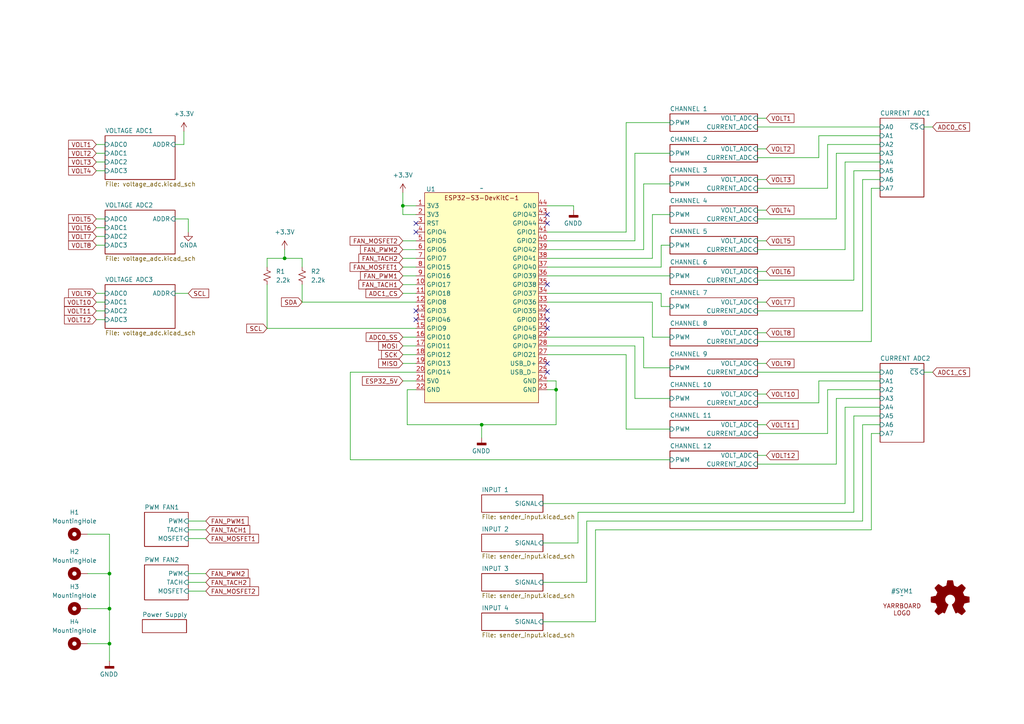
<source format=kicad_sch>
(kicad_sch (version 20231120) (generator "eeschema") (generator_version "8.0")
  (paper "A4")
  (title_block (title "Yarrboard 8ch Mosfet Driver") (rev "C1") (company "https://github.com/hoeken/yarrboard"))
  (lib_symbols
    (symbol "Device:R_Small_US" (pin_numbers hide) (pin_names (offset 0.254) hide)
      (property "Reference" "R" (at 0.762 0.508 0))
      (property "Value" "R_Small_US" (at 0.762 -1.016 0))
      (symbol "R_Small_US_1_1"
        (polyline (pts (xy 0 0) (xy 1.016 -0.381) (xy 0 -0.762) (xy -1.016 -1.143) (xy 0 -1.524)))
        (polyline (pts (xy 0 1.524) (xy 1.016 1.143) (xy 0 0.762) (xy -1.016 0.381) (xy 0 0)))
        (pin passive line (at 0 2.54 270) (length 1.016) (name "~") (number "1"))
        (pin passive line (at 0 -2.54 90) (length 1.016) (name "~") (number "2"))
      )
    )
    (symbol "Graphic:Logo_Open_Hardware_Small" (in_bom no) (on_board no)
      (symbol "Logo_Open_Hardware_Small_0_1"
        (polyline (pts (xy 3.3528 -4.3434) (xy 3.302 -4.318) (xy 3.175 -4.2418) (xy 2.9972 -4.1148) (xy 2.7686 -3.9624) (xy 2.54 -3.81) (xy 2.3622 -3.7084) (xy 2.2352 -3.6068) (xy 2.1844 -3.5814) (xy 2.159 -3.6068) (xy 2.0574 -3.6576) (xy 1.905 -3.7338) (xy 1.8034 -3.7846) (xy 1.6764 -3.8354) (xy 1.6002 -3.8354) (xy 1.6002 -3.8354) (xy 1.5494 -3.7338) (xy 1.4732 -3.5306) (xy 1.3462 -3.302) (xy 1.2446 -3.0226) (xy 1.1176 -2.7178) (xy 0.9652 -2.413) (xy 0.8636 -2.1082) (xy 0.7366 -1.8288) (xy 0.6604 -1.6256) (xy 0.6096 -1.4732) (xy 0.5842 -1.397) (xy 0.5842 -1.397) (xy 0.6604 -1.3208) (xy 0.7874 -1.2446) (xy 1.0414 -1.016) (xy 1.2954 -0.6858) (xy 1.4478 -0.3302) (xy 1.524 0.0762) (xy 1.4732 0.4572) (xy 1.3208 0.8128) (xy 1.0668 1.143) (xy 0.762 1.3716) (xy 0.4064 1.524) (xy 0 1.5748) (xy -0.381 1.5494) (xy -0.7366 1.397) (xy -1.0668 1.143) (xy -1.2192 0.9906) (xy -1.397 0.6604) (xy -1.524 0.3048) (xy -1.524 0.2286) (xy -1.4986 -0.1778) (xy -1.397 -0.5334) (xy -1.1938 -0.8636) (xy -0.9144 -1.143) (xy -0.8636 -1.1684) (xy -0.7366 -1.27) (xy -0.635 -1.3462) (xy -0.5842 -1.397) (xy -1.0668 -2.5908) (xy -1.143 -2.794) (xy -1.2954 -3.1242) (xy -1.397 -3.4036) (xy -1.4986 -3.6322) (xy -1.5748 -3.7846) (xy -1.6002 -3.8354) (xy -1.6002 -3.8354) (xy -1.651 -3.8354) (xy -1.7272 -3.81) (xy -1.905 -3.7338) (xy -2.0066 -3.683) (xy -2.1336 -3.6068) (xy -2.2098 -3.5814) (xy -2.2606 -3.6068) (xy -2.3622 -3.683) (xy -2.54 -3.81) (xy -2.7686 -3.9624) (xy -2.9718 -4.0894) (xy -3.1496 -4.2164) (xy -3.302 -4.318) (xy -3.3528 -4.3434) (xy -3.3782 -4.3434) (xy -3.429 -4.318) (xy -3.5306 -4.2164) (xy -3.7084 -4.064) (xy -3.937 -3.8354) (xy -3.9624 -3.81) (xy -4.1656 -3.6068) (xy -4.318 -3.4544) (xy -4.4196 -3.3274) (xy -4.445 -3.2766) (xy -4.445 -3.2766) (xy -4.4196 -3.2258) (xy -4.318 -3.0734) (xy -4.2164 -2.8956) (xy -4.064 -2.667) (xy -3.6576 -2.0828) (xy -3.8862 -1.5494) (xy -3.937 -1.3716) (xy -4.0386 -1.1684) (xy -4.0894 -1.0414) (xy -4.1148 -0.9652) (xy -4.191 -0.9398) (xy -4.318 -0.9144) (xy -4.5466 -0.8636) (xy -4.8006 -0.8128) (xy -5.0546 -0.7874) (xy -5.2578 -0.7366) (xy -5.4356 -0.7112) (xy -5.5118 -0.6858) (xy -5.5118 -0.6858) (xy -5.5372 -0.635) (xy -5.5372 -0.5588) (xy -5.5372 -0.4318) (xy -5.5626 -0.2286) (xy -5.5626 0.0762) (xy -5.5626 0.127) (xy -5.5372 0.4064) (xy -5.5372 0.635) (xy -5.5372 0.762) (xy -5.5372 0.8382) (xy -5.5372 0.8382) (xy -5.461 0.8382) (xy -5.3086 0.889) (xy -5.08 0.9144) (xy -4.826 0.9652) (xy -4.8006 0.9906) (xy -4.5466 1.0414) (xy -4.318 1.0668) (xy -4.1656 1.1176) (xy -4.0894 1.143) (xy -4.0894 1.143) (xy -4.0386 1.2446) (xy -3.9624 1.4224) (xy -3.8608 1.6256) (xy -3.7846 1.8288) (xy -3.7084 2.0066) (xy -3.6576 2.159) (xy -3.6322 2.2098) (xy -3.6322 2.2098) (xy -3.683 2.286) (xy -3.7592 2.413) (xy -3.8862 2.5908) (xy -4.064 2.8194) (xy -4.064 2.8448) (xy -4.2164 3.0734) (xy -4.3434 3.2512) (xy -4.4196 3.3782) (xy -4.445 3.4544) (xy -4.445 3.4544) (xy -4.3942 3.5052) (xy -4.2926 3.6322) (xy -4.1148 3.81) (xy -3.937 4.0132) (xy -3.8608 4.064) (xy -3.6576 4.2926) (xy -3.5052 4.4196) (xy -3.4036 4.4958) (xy -3.3528 4.5212) (xy -3.3528 4.5212) (xy -3.302 4.4704) (xy -3.1496 4.3688) (xy -2.9718 4.2418) (xy -2.7432 4.0894) (xy -2.7178 4.0894) (xy -2.4892 3.937) (xy -2.3114 3.81) (xy -2.1844 3.7084) (xy -2.1336 3.683) (xy -2.1082 3.683) (xy -2.032 3.7084) (xy -1.8542 3.7592) (xy -1.6764 3.8354) (xy -1.4732 3.937) (xy -1.27 4.0132) (xy -1.143 4.064) (xy -1.0668 4.1148) (xy -1.0668 4.1148) (xy -1.0414 4.191) (xy -1.016 4.3434) (xy -0.9652 4.572) (xy -0.9144 4.8514) (xy -0.889 4.9022) (xy -0.8382 5.1562) (xy -0.8128 5.3848) (xy -0.7874 5.5372) (xy -0.762 5.588) (xy -0.7112 5.6134) (xy -0.5842 5.6134) (xy -0.4064 5.6134) (xy -0.1524 5.6134) (xy 0.0762 5.6134) (xy 0.3302 5.6134) (xy 0.5334 5.6134) (xy 0.6858 5.588) (xy 0.7366 5.588) (xy 0.7366 5.588) (xy 0.762 5.5118) (xy 0.8128 5.334) (xy 0.8382 5.1054) (xy 0.9144 4.826) (xy 0.9144 4.7752) (xy 0.9652 4.5212) (xy 1.016 4.2926) (xy 1.0414 4.1402) (xy 1.0668 4.0894) (xy 1.0668 4.0894) (xy 1.1938 4.0386) (xy 1.3716 3.9624) (xy 1.5748 3.8608) (xy 2.0828 3.6576) (xy 2.7178 4.0894) (xy 2.7686 4.1402) (xy 2.9972 4.2926) (xy 3.175 4.4196) (xy 3.302 4.4958) (xy 3.3782 4.5212) (xy 3.3782 4.5212) (xy 3.429 4.4704) (xy 3.556 4.3434) (xy 3.7338 4.191) (xy 3.9116 3.9878) (xy 4.064 3.8354) (xy 4.2418 3.6576) (xy 4.3434 3.556) (xy 4.4196 3.4798) (xy 4.4196 3.429) (xy 4.4196 3.4036) (xy 4.3942 3.3274) (xy 4.2926 3.2004) (xy 4.1656 2.9972) (xy 4.0132 2.794) (xy 3.8862 2.5908) (xy 3.7592 2.3876) (xy 3.6576 2.2352) (xy 3.6322 2.159) (xy 3.6322 2.1336) (xy 3.683 2.0066) (xy 3.7592 1.8288) (xy 3.8608 1.6002) (xy 4.064 1.1176) (xy 4.3942 1.0414) (xy 4.5974 1.016) (xy 4.8768 0.9652) (xy 5.1308 0.9144) (xy 5.5372 0.8382) (xy 5.5626 -0.6604) (xy 5.4864 -0.6858) (xy 5.4356 -0.6858) (xy 5.2832 -0.7366) (xy 5.0546 -0.762) (xy 4.8006 -0.8128) (xy 4.5974 -0.8636) (xy 4.3688 -0.9144) (xy 4.2164 -0.9398) (xy 4.1402 -0.9398) (xy 4.1148 -0.9652) (xy 4.064 -1.0668) (xy 3.9878 -1.2446) (xy 3.9116 -1.4478) (xy 3.81 -1.651) (xy 3.7338 -1.8542) (xy 3.683 -2.0066) (xy 3.6576 -2.0828) (xy 3.683 -2.1336) (xy 3.7846 -2.2606) (xy 3.8862 -2.4638) (xy 4.0386 -2.667) (xy 4.191 -2.8956) (xy 4.318 -3.0734) (xy 4.3942 -3.2004) (xy 4.445 -3.2766) (xy 4.4196 -3.3274) (xy 4.3434 -3.429) (xy 4.1656 -3.5814) (xy 3.937 -3.8354) (xy 3.8862 -3.8608) (xy 3.683 -4.064) (xy 3.5306 -4.2164) (xy 3.4036 -4.318) (xy 3.3528 -4.3434)) (fill (type outline)))
      )
    )
    (symbol "Mechanical:MountingHole_Pad" (pin_numbers hide) (pin_names (offset 1.016) hide)
      (property "Reference" "H" (at 0 6.35 0))
      (property "Value" "MountingHole_Pad" (at 0 4.445 0))
      (symbol "MountingHole_Pad_0_1"
        (circle (center 0 1.27) (radius 1.27) (stroke (width 1.27)))
      )
      (symbol "MountingHole_Pad_1_1"
        (pin input line (at 0 -2.54 90) (length 2.54) (name "1") (number "1"))
      )
    )
    (symbol "power:+3.3V" (power) (pin_names (offset 0))
      (property "Value" "+3.3V" (at 0 3.556 0))
      (symbol "+3.3V_0_1"
        (polyline (pts (xy -0.762 1.27) (xy 0 2.54)))
        (polyline (pts (xy 0 0) (xy 0 2.54)))
        (polyline (pts (xy 0 2.54) (xy 0.762 1.27)))
      )
      (symbol "+3.3V_1_1"
        (pin power_in line (at 0 0 90) (length 0) hide (name "+3.3V") (number "1"))
      )
    )
    (symbol "power:GNDA" (power) (pin_names (offset 0))
      (property "Value" "GNDA" (at 0 -3.81 0))
      (symbol "GNDA_0_1"
        (polyline (pts (xy 0 0) (xy 0 -1.27) (xy 1.27 -1.27) (xy 0 -2.54) (xy -1.27 -1.27) (xy 0 -1.27)))
      )
      (symbol "GNDA_1_1"
        (pin power_in line (at 0 0 270) (length 0) hide (name "GNDA") (number "1"))
      )
    )
    (symbol "power:GNDD" (power) (pin_names (offset 0))
      (property "Value" "GNDD" (at 0 -3.175 0))
      (symbol "GNDD_0_1"
        (rectangle (start -1.27 -1.524) (end 1.27 -2.032) (stroke (width 0.254)) (fill (type outline)))
        (polyline (pts (xy 0 0) (xy 0 -1.524)))
      )
      (symbol "GNDD_1_1"
        (pin power_in line (at 0 0 270) (length 0) hide (name "GNDD") (number "1"))
      )
    )
    (symbol "yarrboard:ESP32-S3-DevKitC-1"
      (property "Reference" "U" (at -16.002 26.924 0))
      (symbol "ESP32-S3-DevKitC-1_1_1"
        (rectangle (start -16.51 25.4) (end 16.51 -35.56) (fill (type background)))
        (text "ESP32-S3-DevKitC-1" (at 0 23.876 0) (effects (font (size 1.27 1.27))))
        (pin power_out line (at -19.05 21.59 0) (length 2.54) (name "3V3") (number "1"))
        (pin bidirectional line (at -19.05 -1.27 0) (length 2.54) (name "GPIO17") (number "10"))
        (pin bidirectional line (at -19.05 -3.81 0) (length 2.54) (name "GPIO18") (number "11"))
        (pin bidirectional line (at -19.05 -6.35 0) (length 2.54) (name "GPIO8") (number "12"))
        (pin bidirectional line (at -19.05 -8.89 0) (length 2.54) (name "GPIO3") (number "13"))
        (pin bidirectional line (at -19.05 -11.43 0) (length 2.54) (name "GPIO46") (number "14"))
        (pin bidirectional line (at -19.05 -13.97 0) (length 2.54) (name "GPIO9") (number "15"))
        (pin bidirectional line (at -19.05 -16.51 0) (length 2.54) (name "GPIO10") (number "16"))
        (pin bidirectional line (at -19.05 -19.05 0) (length 2.54) (name "GPIO11") (number "17"))
        (pin bidirectional line (at -19.05 -21.59 0) (length 2.54) (name "GPIO12") (number "18"))
        (pin bidirectional line (at -19.05 -24.13 0) (length 2.54) (name "GPIO13") (number "19"))
        (pin power_out line (at -19.05 19.05 0) (length 2.54) (name "3V3") (number "2"))
        (pin power_in line (at -19.05 -26.67 0) (length 2.54) (name "GPIO14") (number "20"))
        (pin power_out line (at -19.05 -29.21 0) (length 2.54) (name "5V0") (number "21"))
        (pin bidirectional line (at -19.05 -31.75 0) (length 2.54) (name "GND") (number "22"))
        (pin bidirectional line (at 19.05 -31.75 180) (length 2.54) (name "GND") (number "23"))
        (pin bidirectional line (at 19.05 -29.21 180) (length 2.54) (name "GND") (number "24"))
        (pin bidirectional line (at 19.05 -26.67 180) (length 2.54) (name "USB_D-") (number "25"))
        (pin bidirectional line (at 19.05 -24.13 180) (length 2.54) (name "USB_D+") (number "26"))
        (pin bidirectional line (at 19.05 -21.59 180) (length 2.54) (name "GPIO21") (number "27"))
        (pin bidirectional line (at 19.05 -19.05 180) (length 2.54) (name "GPIO47") (number "28"))
        (pin bidirectional line (at 19.05 -16.51 180) (length 2.54) (name "GPIO48") (number "29"))
        (pin bidirectional line (at -19.05 16.51 0) (length 2.54) (name "RST") (number "3"))
        (pin bidirectional line (at 19.05 -13.97 180) (length 2.54) (name "GPIO45") (number "30"))
        (pin bidirectional line (at 19.05 -11.43 180) (length 2.54) (name "GPIO0") (number "31"))
        (pin power_in line (at 19.05 -8.89 180) (length 2.54) (name "GPIO35") (number "32"))
        (pin bidirectional line (at 19.05 -6.35 180) (length 2.54) (name "GPIO36") (number "33"))
        (pin bidirectional line (at 19.05 -3.81 180) (length 2.54) (name "GPIO37") (number "34"))
        (pin bidirectional line (at 19.05 -1.27 180) (length 2.54) (name "GPIO38") (number "35"))
        (pin bidirectional line (at 19.05 1.27 180) (length 2.54) (name "GPIO39") (number "36"))
        (pin bidirectional line (at 19.05 3.81 180) (length 2.54) (name "GPIO40") (number "37"))
        (pin bidirectional line (at 19.05 6.35 180) (length 2.54) (name "GPIO41") (number "38"))
        (pin bidirectional line (at 19.05 8.89 180) (length 2.54) (name "GPIO42") (number "39"))
        (pin bidirectional line (at -19.05 13.97 0) (length 2.54) (name "GPIO4") (number "4"))
        (pin bidirectional line (at 19.05 11.43 180) (length 2.54) (name "GPIO2") (number "40"))
        (pin bidirectional line (at 19.05 13.97 180) (length 2.54) (name "GPIO1") (number "41"))
        (pin bidirectional line (at 19.05 16.51 180) (length 2.54) (name "GPIO44") (number "42"))
        (pin bidirectional line (at 19.05 19.05 180) (length 2.54) (name "GPIO43") (number "43"))
        (pin power_in line (at 19.05 21.59 180) (length 2.54) (name "GND") (number "44"))
        (pin bidirectional line (at -19.05 11.43 0) (length 2.54) (name "GPIO5") (number "5"))
        (pin bidirectional line (at -19.05 8.89 0) (length 2.54) (name "GPIO6") (number "6"))
        (pin bidirectional line (at -19.05 6.35 0) (length 2.54) (name "GPIO7") (number "7"))
        (pin bidirectional line (at -19.05 3.81 0) (length 2.54) (name "GPIO15") (number "8"))
        (pin bidirectional line (at -19.05 1.27 0) (length 2.54) (name "GPIO16") (number "9"))
      )
    )
    (symbol "yarrboard:Yarrboard" (in_bom no)
      (property "Reference" "#SYM" (at 0 0 0))
      (symbol "Yarrboard_1_1"
        (text "YARRBOARD\nLOGO" (at 0 -2.794 0) (effects (font (size 1.27 1.27))))
      )
    )
  )
  (junction (at 139.7 123.19))
  (junction (at 31.75 186.69))
  (junction (at 31.75 166.37))
  (junction (at 31.75 176.53))
  (junction (at 82.55 74.93))
  (junction (at 116.84 59.69))
  (junction (at 161.29 113.03))
  (no_connect (at 158.75 64.77))
  (no_connect (at 158.75 92.71))
  (no_connect (at 158.75 107.95))
  (no_connect (at 120.65 90.17))
  (no_connect (at 158.75 82.55))
  (no_connect (at 158.75 105.41))
  (no_connect (at 158.75 90.17))
  (no_connect (at 120.65 64.77))
  (no_connect (at 120.65 67.31))
  (no_connect (at 120.65 92.71))
  (no_connect (at 158.75 62.23))
  (no_connect (at 158.75 95.25))
  (wire (pts (xy 219.71 107.95) (xy 255.27 107.95)))
  (wire (pts (xy 270.51 107.95) (xy 267.97 107.95)))
  (wire (pts (xy 54.61 153.67) (xy 59.69 153.67)))
  (wire (pts (xy 82.55 72.39) (xy 82.55 74.93)))
  (wire (pts (xy 157.48 168.91) (xy 170.18 168.91)))
  (wire (pts (xy 222.25 78.74) (xy 219.71 78.74)))
  (wire (pts (xy 27.94 41.91) (xy 30.48 41.91)))
  (wire (pts (xy 31.75 154.94) (xy 31.75 166.37)))
  (wire (pts (xy 219.71 134.62) (xy 242.57 134.62)))
  (wire (pts (xy 116.84 55.88) (xy 116.84 59.69)))
  (wire (pts (xy 245.11 46.99) (xy 245.11 72.39)))
  (wire (pts (xy 82.55 74.93) (xy 87.63 74.93)))
  (wire (pts (xy 31.75 176.53) (xy 31.75 186.69)))
  (wire (pts (xy 27.94 66.04) (xy 30.48 66.04)))
  (wire (pts (xy 186.69 97.79) (xy 186.69 106.68)))
  (wire (pts (xy 189.23 62.23) (xy 194.31 62.23)))
  (wire (pts (xy 172.72 153.67) (xy 172.72 180.34)))
  (wire (pts (xy 247.65 148.59) (xy 167.64 148.59)))
  (wire (pts (xy 240.03 113.03) (xy 255.27 113.03)))
  (wire (pts (xy 222.25 96.52) (xy 219.71 96.52)))
  (wire (pts (xy 252.73 153.67) (xy 172.72 153.67)))
  (wire (pts (xy 116.84 110.49) (xy 120.65 110.49)))
  (wire (pts (xy 172.72 180.34) (xy 157.48 180.34)))
  (wire (pts (xy 157.48 146.05) (xy 245.11 146.05)))
  (wire (pts (xy 54.61 63.5) (xy 54.61 67.31)))
  (wire (pts (xy 247.65 49.53) (xy 255.27 49.53)))
  (wire (pts (xy 219.71 125.73) (xy 240.03 125.73)))
  (wire (pts (xy 166.37 59.69) (xy 166.37 60.96)))
  (wire (pts (xy 191.77 85.09) (xy 158.75 85.09)))
  (wire (pts (xy 54.61 166.37) (xy 59.69 166.37)))
  (wire (pts (xy 77.47 74.93) (xy 82.55 74.93)))
  (wire (pts (xy 27.94 85.09) (xy 30.48 85.09)))
  (wire (pts (xy 25.4 154.94) (xy 31.75 154.94)))
  (wire (pts (xy 191.77 88.9) (xy 194.31 88.9)))
  (wire (pts (xy 181.61 102.87) (xy 181.61 124.46)))
  (wire (pts (xy 158.75 74.93) (xy 189.23 74.93)))
  (wire (pts (xy 242.57 134.62) (xy 242.57 115.57)))
  (wire (pts (xy 222.25 60.96) (xy 219.71 60.96)))
  (wire (pts (xy 54.61 171.45) (xy 59.69 171.45)))
  (wire (pts (xy 222.25 105.41) (xy 219.71 105.41)))
  (wire (pts (xy 27.94 87.63) (xy 30.48 87.63)))
  (wire (pts (xy 189.23 97.79) (xy 194.31 97.79)))
  (wire (pts (xy 120.65 62.23) (xy 116.84 62.23)))
  (wire (pts (xy 116.84 82.55) (xy 120.65 82.55)))
  (wire (pts (xy 87.63 82.55) (xy 87.63 87.63)))
  (wire (pts (xy 242.57 115.57) (xy 255.27 115.57)))
  (wire (pts (xy 158.75 59.69) (xy 166.37 59.69)))
  (wire (pts (xy 158.75 110.49) (xy 161.29 110.49)))
  (wire (pts (xy 255.27 120.65) (xy 247.65 120.65)))
  (wire (pts (xy 219.71 72.39) (xy 245.11 72.39)))
  (wire (pts (xy 222.25 114.3) (xy 219.71 114.3)))
  (wire (pts (xy 50.8 41.91) (xy 53.34 41.91)))
  (wire (pts (xy 250.19 123.19) (xy 255.27 123.19)))
  (wire (pts (xy 219.71 54.61) (xy 240.03 54.61)))
  (wire (pts (xy 25.4 176.53) (xy 31.75 176.53)))
  (wire (pts (xy 118.11 113.03) (xy 120.65 113.03)))
  (wire (pts (xy 222.25 52.07) (xy 219.71 52.07)))
  (wire (pts (xy 116.84 59.69) (xy 120.65 59.69)))
  (wire (pts (xy 270.51 36.83) (xy 267.97 36.83)))
  (wire (pts (xy 27.94 63.5) (xy 30.48 63.5)))
  (wire (pts (xy 222.25 123.19) (xy 219.71 123.19)))
  (wire (pts (xy 250.19 151.13) (xy 250.19 123.19)))
  (wire (pts (xy 87.63 74.93) (xy 87.63 77.47)))
  (wire (pts (xy 161.29 113.03) (xy 161.29 123.19)))
  (wire (pts (xy 252.73 125.73) (xy 252.73 153.67)))
  (wire (pts (xy 31.75 166.37) (xy 31.75 176.53)))
  (wire (pts (xy 54.61 156.21) (xy 59.69 156.21)))
  (wire (pts (xy 50.8 85.09) (xy 54.61 85.09)))
  (wire (pts (xy 186.69 106.68) (xy 194.31 106.68)))
  (wire (pts (xy 158.75 77.47) (xy 191.77 77.47)))
  (wire (pts (xy 219.71 81.28) (xy 247.65 81.28)))
  (wire (pts (xy 240.03 125.73) (xy 240.03 113.03)))
  (wire (pts (xy 161.29 110.49) (xy 161.29 113.03)))
  (wire (pts (xy 101.6 133.35) (xy 194.31 133.35)))
  (wire (pts (xy 139.7 123.19) (xy 161.29 123.19)))
  (wire (pts (xy 250.19 52.07) (xy 250.19 90.17)))
  (wire (pts (xy 222.25 69.85) (xy 219.71 69.85)))
  (wire (pts (xy 170.18 151.13) (xy 250.19 151.13)))
  (wire (pts (xy 27.94 44.45) (xy 30.48 44.45)))
  (wire (pts (xy 25.4 186.69) (xy 31.75 186.69)))
  (wire (pts (xy 167.64 148.59) (xy 167.64 157.48)))
  (wire (pts (xy 237.49 39.37) (xy 255.27 39.37)))
  (wire (pts (xy 116.84 102.87) (xy 120.65 102.87)))
  (wire (pts (xy 139.7 127) (xy 139.7 123.19)))
  (wire (pts (xy 189.23 74.93) (xy 189.23 62.23)))
  (wire (pts (xy 219.71 63.5) (xy 242.57 63.5)))
  (wire (pts (xy 252.73 99.06) (xy 252.73 54.61)))
  (wire (pts (xy 219.71 36.83) (xy 255.27 36.83)))
  (wire (pts (xy 116.84 72.39) (xy 120.65 72.39)))
  (wire (pts (xy 181.61 124.46) (xy 194.31 124.46)))
  (wire (pts (xy 101.6 107.95) (xy 101.6 133.35)))
  (wire (pts (xy 77.47 74.93) (xy 77.47 77.47)))
  (wire (pts (xy 219.71 99.06) (xy 252.73 99.06)))
  (wire (pts (xy 237.49 110.49) (xy 255.27 110.49)))
  (wire (pts (xy 222.25 34.29) (xy 219.71 34.29)))
  (wire (pts (xy 191.77 88.9) (xy 191.77 85.09)))
  (wire (pts (xy 242.57 44.45) (xy 242.57 63.5)))
  (wire (pts (xy 222.25 87.63) (xy 219.71 87.63)))
  (wire (pts (xy 54.61 168.91) (xy 59.69 168.91)))
  (wire (pts (xy 186.69 53.34) (xy 194.31 53.34)))
  (wire (pts (xy 31.75 186.69) (xy 31.75 191.77)))
  (wire (pts (xy 158.75 80.01) (xy 194.31 80.01)))
  (wire (pts (xy 77.47 95.25) (xy 120.65 95.25)))
  (wire (pts (xy 50.8 63.5) (xy 54.61 63.5)))
  (wire (pts (xy 184.15 100.33) (xy 184.15 115.57)))
  (wire (pts (xy 25.4 166.37) (xy 31.75 166.37)))
  (wire (pts (xy 247.65 120.65) (xy 247.65 148.59)))
  (wire (pts (xy 255.27 125.73) (xy 252.73 125.73)))
  (wire (pts (xy 219.71 45.72) (xy 237.49 45.72)))
  (wire (pts (xy 247.65 49.53) (xy 247.65 81.28)))
  (wire (pts (xy 170.18 168.91) (xy 170.18 151.13)))
  (wire (pts (xy 116.84 97.79) (xy 120.65 97.79)))
  (wire (pts (xy 158.75 67.31) (xy 181.61 67.31)))
  (wire (pts (xy 53.34 41.91) (xy 53.34 38.1)))
  (wire (pts (xy 27.94 68.58) (xy 30.48 68.58)))
  (wire (pts (xy 240.03 41.91) (xy 255.27 41.91)))
  (wire (pts (xy 27.94 92.71) (xy 30.48 92.71)))
  (wire (pts (xy 186.69 72.39) (xy 186.69 53.34)))
  (wire (pts (xy 219.71 90.17) (xy 250.19 90.17)))
  (wire (pts (xy 245.11 146.05) (xy 245.11 118.11)))
  (wire (pts (xy 54.61 151.13) (xy 59.69 151.13)))
  (wire (pts (xy 158.75 100.33) (xy 184.15 100.33)))
  (wire (pts (xy 120.65 107.95) (xy 101.6 107.95)))
  (wire (pts (xy 158.75 69.85) (xy 184.15 69.85)))
  (wire (pts (xy 158.75 102.87) (xy 181.61 102.87)))
  (wire (pts (xy 252.73 54.61) (xy 255.27 54.61)))
  (wire (pts (xy 189.23 87.63) (xy 189.23 97.79)))
  (wire (pts (xy 27.94 46.99) (xy 30.48 46.99)))
  (wire (pts (xy 158.75 72.39) (xy 186.69 72.39)))
  (wire (pts (xy 191.77 77.47) (xy 191.77 71.12)))
  (wire (pts (xy 181.61 35.56) (xy 194.31 35.56)))
  (wire (pts (xy 116.84 100.33) (xy 120.65 100.33)))
  (wire (pts (xy 219.71 116.84) (xy 237.49 116.84)))
  (wire (pts (xy 161.29 113.03) (xy 158.75 113.03)))
  (wire (pts (xy 237.49 116.84) (xy 237.49 110.49)))
  (wire (pts (xy 118.11 123.19) (xy 139.7 123.19)))
  (wire (pts (xy 191.77 71.12) (xy 194.31 71.12)))
  (wire (pts (xy 184.15 44.45) (xy 184.15 69.85)))
  (wire (pts (xy 167.64 157.48) (xy 157.48 157.48)))
  (wire (pts (xy 27.94 90.17) (xy 30.48 90.17)))
  (wire (pts (xy 116.84 105.41) (xy 120.65 105.41)))
  (wire (pts (xy 116.84 85.09) (xy 120.65 85.09)))
  (wire (pts (xy 181.61 35.56) (xy 181.61 67.31)))
  (wire (pts (xy 158.75 97.79) (xy 186.69 97.79)))
  (wire (pts (xy 118.11 113.03) (xy 118.11 123.19)))
  (wire (pts (xy 116.84 59.69) (xy 116.84 62.23)))
  (wire (pts (xy 77.47 82.55) (xy 77.47 95.25)))
  (wire (pts (xy 222.25 43.18) (xy 219.71 43.18)))
  (wire (pts (xy 116.84 74.93) (xy 120.65 74.93)))
  (wire (pts (xy 245.11 118.11) (xy 255.27 118.11)))
  (wire (pts (xy 87.63 87.63) (xy 120.65 87.63)))
  (wire (pts (xy 27.94 49.53) (xy 30.48 49.53)))
  (wire (pts (xy 116.84 80.01) (xy 120.65 80.01)))
  (wire (pts (xy 240.03 41.91) (xy 240.03 54.61)))
  (wire (pts (xy 242.57 44.45) (xy 255.27 44.45)))
  (wire (pts (xy 184.15 115.57) (xy 194.31 115.57)))
  (wire (pts (xy 27.94 71.12) (xy 30.48 71.12)))
  (wire (pts (xy 250.19 52.07) (xy 255.27 52.07)))
  (wire (pts (xy 116.84 69.85) (xy 120.65 69.85)))
  (wire (pts (xy 245.11 46.99) (xy 255.27 46.99)))
  (wire (pts (xy 116.84 77.47) (xy 120.65 77.47)))
  (wire (pts (xy 184.15 44.45) (xy 194.31 44.45)))
  (wire (pts (xy 222.25 132.08) (xy 219.71 132.08)))
  (wire (pts (xy 237.49 39.37) (xy 237.49 45.72)))
  (wire (pts (xy 158.75 87.63) (xy 189.23 87.63)))
  (global_label "VOLT3" (shape input) (at 27.94 46.99 180) (property "Intersheetrefs" "${INTERSHEET_REFS}" (effects (hide yes))))
  (global_label "FAN_MOSFET2" (shape input) (at 116.84 69.85 180) (property "Intersheetrefs" "${INTERSHEET_REFS}" (effects (hide yes))))
  (global_label "VOLT7" (shape input) (at 222.25 87.63 0) (property "Intersheetrefs" "${INTERSHEET_REFS}" (effects (hide yes))))
  (global_label "VOLT4" (shape input) (at 222.25 60.96 0) (property "Intersheetrefs" "${INTERSHEET_REFS}" (effects (hide yes))))
  (global_label "ADC0_CS" (shape input) (at 270.51 36.83 0) (property "Intersheetrefs" "${INTERSHEET_REFS}" (effects (hide yes))))
  (global_label "VOLT11" (shape input) (at 27.94 90.17 180) (property "Intersheetrefs" "${INTERSHEET_REFS}" (effects (hide yes))))
  (global_label "ADC0_SS" (shape input) (at 116.84 97.79 180) (property "Intersheetrefs" "${INTERSHEET_REFS}" (effects (hide yes))))
  (global_label "VOLT5" (shape input) (at 27.94 63.5 180) (property "Intersheetrefs" "${INTERSHEET_REFS}" (effects (hide yes))))
  (global_label "VOLT12" (shape input) (at 27.94 92.71 180) (property "Intersheetrefs" "${INTERSHEET_REFS}" (effects (hide yes))))
  (global_label "SCL" (shape input) (at 77.47 95.25 180) (property "Intersheetrefs" "${INTERSHEET_REFS}" (effects (hide yes))))
  (global_label "FAN_TACH2" (shape input) (at 59.69 168.91 0) (property "Intersheetrefs" "${INTERSHEET_REFS}" (effects (hide yes))))
  (global_label "VOLT5" (shape input) (at 222.25 69.85 0) (property "Intersheetrefs" "${INTERSHEET_REFS}" (effects (hide yes))))
  (global_label "VOLT7" (shape input) (at 27.94 68.58 180) (property "Intersheetrefs" "${INTERSHEET_REFS}" (effects (hide yes))))
  (global_label "SCL" (shape input) (at 54.61 85.09 0) (property "Intersheetrefs" "${INTERSHEET_REFS}" (effects (hide yes))))
  (global_label "FAN_MOSFET1" (shape input) (at 59.69 156.21 0) (property "Intersheetrefs" "${INTERSHEET_REFS}" (effects (hide yes))))
  (global_label "VOLT4" (shape input) (at 27.94 49.53 180) (property "Intersheetrefs" "${INTERSHEET_REFS}" (effects (hide yes))))
  (global_label "VOLT2" (shape input) (at 222.25 43.18 0) (property "Intersheetrefs" "${INTERSHEET_REFS}" (effects (hide yes))))
  (global_label "VOLT9" (shape input) (at 222.25 105.41 0) (property "Intersheetrefs" "${INTERSHEET_REFS}" (effects (hide yes))))
  (global_label "VOLT2" (shape input) (at 27.94 44.45 180) (property "Intersheetrefs" "${INTERSHEET_REFS}" (effects (hide yes))))
  (global_label "VOLT1" (shape input) (at 27.94 41.91 180) (property "Intersheetrefs" "${INTERSHEET_REFS}" (effects (hide yes))))
  (global_label "VOLT9" (shape input) (at 27.94 85.09 180) (property "Intersheetrefs" "${INTERSHEET_REFS}" (effects (hide yes))))
  (global_label "VOLT8" (shape input) (at 222.25 96.52 0) (property "Intersheetrefs" "${INTERSHEET_REFS}" (effects (hide yes))))
  (global_label "FAN_PWM1" (shape input) (at 116.84 80.01 180) (property "Intersheetrefs" "${INTERSHEET_REFS}" (effects (hide yes))))
  (global_label "VOLT6" (shape input) (at 222.25 78.74 0) (property "Intersheetrefs" "${INTERSHEET_REFS}" (effects (hide yes))))
  (global_label "MOSI" (shape input) (at 116.84 100.33 180) (property "Intersheetrefs" "${INTERSHEET_REFS}" (effects (hide yes))))
  (global_label "FAN_MOSFET1" (shape input) (at 116.84 77.47 180) (property "Intersheetrefs" "${INTERSHEET_REFS}" (effects (hide yes))))
  (global_label "VOLT11" (shape input) (at 222.25 123.19 0) (property "Intersheetrefs" "${INTERSHEET_REFS}" (effects (hide yes))))
  (global_label "FAN_PWM2" (shape input) (at 59.69 166.37 0) (property "Intersheetrefs" "${INTERSHEET_REFS}" (effects (hide yes))))
  (global_label "VOLT3" (shape input) (at 222.25 52.07 0) (property "Intersheetrefs" "${INTERSHEET_REFS}" (effects (hide yes))))
  (global_label "MISO" (shape input) (at 116.84 105.41 180) (property "Intersheetrefs" "${INTERSHEET_REFS}" (effects (hide yes))))
  (global_label "SCK" (shape input) (at 116.84 102.87 180) (property "Intersheetrefs" "${INTERSHEET_REFS}" (effects (hide yes))))
  (global_label "VOLT1" (shape input) (at 222.25 34.29 0) (property "Intersheetrefs" "${INTERSHEET_REFS}" (effects (hide yes))))
  (global_label "ESP32_5V" (shape input) (at 116.84 110.49 180) (property "Intersheetrefs" "${INTERSHEET_REFS}" (effects (hide yes))))
  (global_label "ADC1_CS" (shape input) (at 270.51 107.95 0) (property "Intersheetrefs" "${INTERSHEET_REFS}" (effects (hide yes))))
  (global_label "FAN_PWM1" (shape input) (at 59.69 151.13 0) (property "Intersheetrefs" "${INTERSHEET_REFS}" (effects (hide yes))))
  (global_label "VOLT10" (shape input) (at 222.25 114.3 0) (property "Intersheetrefs" "${INTERSHEET_REFS}" (effects (hide yes))))
  (global_label "VOLT12" (shape input) (at 222.25 132.08 0) (property "Intersheetrefs" "${INTERSHEET_REFS}" (effects (hide yes))))
  (global_label "FAN_MOSFET2" (shape input) (at 59.69 171.45 0) (property "Intersheetrefs" "${INTERSHEET_REFS}" (effects (hide yes))))
  (global_label "VOLT6" (shape input) (at 27.94 66.04 180) (property "Intersheetrefs" "${INTERSHEET_REFS}" (effects (hide yes))))
  (global_label "FAN_PWM2" (shape input) (at 116.84 72.39 180) (property "Intersheetrefs" "${INTERSHEET_REFS}" (effects (hide yes))))
  (global_label "VOLT8" (shape input) (at 27.94 71.12 180) (property "Intersheetrefs" "${INTERSHEET_REFS}" (effects (hide yes))))
  (global_label "VOLT10" (shape input) (at 27.94 87.63 180) (property "Intersheetrefs" "${INTERSHEET_REFS}" (effects (hide yes))))
  (global_label "FAN_TACH1" (shape input) (at 59.69 153.67 0) (property "Intersheetrefs" "${INTERSHEET_REFS}" (effects (hide yes))))
  (global_label "FAN_TACH2" (shape input) (at 116.84 74.93 180) (property "Intersheetrefs" "${INTERSHEET_REFS}" (effects (hide yes))))
  (global_label "FAN_TACH1" (shape input) (at 116.84 82.55 180) (property "Intersheetrefs" "${INTERSHEET_REFS}" (effects (hide yes))))
  (global_label "SDA" (shape input) (at 87.63 87.63 180) (property "Intersheetrefs" "${INTERSHEET_REFS}" (effects (hide yes))))
  (global_label "ADC1_CS" (shape input) (at 116.84 85.09 180) (property "Intersheetrefs" "${INTERSHEET_REFS}" (effects (hide yes))))
  (symbol (lib_id "Device:R_Small_US") (at 77.47 80.01 180) (unit 1)
    (property "Reference" "R1" (at 80.01 78.74 0) (effects (justify right)))
    (property "Value" "2.2k" (at 80.01 81.28 0) (effects (justify right)))
    (property "Footprint" "Resistor_SMD:R_0805_2012Metric_Pad1.20x1.40mm_HandSolder" (effects (hide yes)))
  )
  (symbol (lib_id "yarrboard:ESP32-S3-DevKitC-1") (at 139.7 81.28 0) (unit 1)
    (property "Reference" "U1" (at 124.968 54.864 0))
    (property "Value" "~" (at 139.7 54.61 0))
    (property "Footprint" "yarrboard:Waveshare-ESP32-S3-dev-kit" (effects (hide yes)))
  )
  (symbol (lib_id "power:GNDA") (at 54.61 67.31 0) (unit 1)
    (property "Reference" "#PWR03" (effects (hide yes)))
    (property "Value" "GNDA" (at 54.61 71.12 0))
  )
  (symbol (lib_id "power:GNDD") (at 139.7 127 0) (unit 1)
    (property "Reference" "#PWR06" (effects (hide yes)))
    (property "Value" "GNDD" (at 142.24 130.81 0) (effects (justify right)))
  )
  (symbol (lib_id "Mechanical:MountingHole_Pad") (at 22.86 166.37 90) (unit 1) (in_bom no)
    (property "Reference" "H2" (at 21.59 160.02 90))
    (property "Value" "MountingHole" (at 21.59 162.56 90))
    (property "Footprint" "MountingHole:MountingHole_3.2mm_M3_DIN965_Pad" (effects (hide yes)))
  )
  (symbol (lib_id "power:+3.3V") (at 82.55 72.39 0) (mirror y) (unit 1)
    (property "Reference" "#PWR04" (effects (hide yes)))
    (property "Value" "+3.3V" (at 82.55 67.31 0))
  )
  (symbol (lib_id "power:+3.3V") (at 53.34 38.1 0) (unit 1)
    (property "Reference" "#PWR02" (effects (hide yes)))
    (property "Value" "+3.3V" (at 53.34 33.02 0))
  )
  (symbol (lib_id "yarrboard:Yarrboard") (at 261.62 173.99 0) (unit 1) (in_bom no)
    (property "Reference" "#SYM1" (at 261.62 171.45 0))
    (property "Value" "~" (at 261.62 172.72 0))
    (property "Footprint" "yarrboard:Logo Small" (effects (hide yes)))
  )
  (symbol (lib_id "power:+3.3V") (at 116.84 55.88 0) (unit 1)
    (property "Reference" "#PWR05" (effects (hide yes)))
    (property "Value" "+3.3V" (at 116.84 50.8 0))
  )
  (symbol (lib_id "Device:R_Small_US") (at 87.63 80.01 180) (unit 1)
    (property "Reference" "R2" (at 90.17 78.74 0) (effects (justify right)))
    (property "Value" "2.2k" (at 90.17 81.28 0) (effects (justify right)))
    (property "Footprint" "Resistor_SMD:R_0805_2012Metric_Pad1.20x1.40mm_HandSolder" (effects (hide yes)))
  )
  (symbol (lib_id "Mechanical:MountingHole_Pad") (at 22.86 186.69 90) (unit 1) (in_bom no)
    (property "Reference" "H4" (at 21.59 180.34 90))
    (property "Value" "MountingHole" (at 21.59 182.88 90))
    (property "Footprint" "MountingHole:MountingHole_3.2mm_M3_DIN965_Pad" (effects (hide yes)))
  )
  (symbol (lib_id "Graphic:Logo_Open_Hardware_Small") (at 275.59 173.99 0) (unit 1) (exclude_from_sim yes) (in_bom no)
    (property "Reference" "LOGO1" (effects (hide yes)))
    (property "Value" "Logo_Open_Hardware_Small" (effects (hide yes)))
    (property "Footprint" "Symbol:OSHW-Logo2_14.6x12mm_SilkScreen" (effects (hide yes)))
    (property "Description" "Open Hardware logo, small" (effects (hide yes)))
  )
  (symbol (lib_id "Mechanical:MountingHole_Pad") (at 22.86 154.94 90) (unit 1) (in_bom no)
    (property "Reference" "H1" (at 21.59 148.59 90))
    (property "Value" "MountingHole" (at 21.59 151.13 90))
    (property "Footprint" "MountingHole:MountingHole_3.2mm_M3_DIN965_Pad" (effects (hide yes)))
  )
  (symbol (lib_id "power:GNDD") (at 31.75 191.77 0) (unit 1)
    (property "Reference" "#PWR01" (effects (hide yes)))
    (property "Value" "GNDD" (at 34.29 195.58 0) (effects (justify right)))
  )
  (symbol (lib_id "Mechanical:MountingHole_Pad") (at 22.86 176.53 90) (unit 1) (in_bom no)
    (property "Reference" "H3" (at 21.59 170.18 90))
    (property "Value" "MountingHole" (at 21.59 172.72 90))
    (property "Footprint" "MountingHole:MountingHole_3.2mm_M3_DIN965_Pad" (effects (hide yes)))
  )
  (symbol (lib_id "power:GNDD") (at 166.37 60.96 0) (unit 1)
    (property "Reference" "#PWR07" (effects (hide yes)))
    (property "Value" "GNDD" (at 168.91 64.77 0) (effects (justify right)))
  )
  (sheet (at 41.91 163.83) (size 12.7 10.16) (stroke (width 0.1524))
    (property "Sheetname" "PWM FAN2" (at 41.91 163.1184 0) (effects (justify left bottom)))
    (property "Sheetfile" "pwm fan.kicad_sch" (effects (hide yes)))
    (pin "PWM" input (at 54.61 166.37 0))
    (pin "TACH" input (at 54.61 168.91 0))
    (pin "MOSFET" input (at 54.61 171.45 0))
  )
  (sheet (at 194.31 33.02) (size 25.4 5.08) (stroke (width 0.1524))
    (property "Sheetname" "CHANNEL 1" (at 194.31 32.3084 0) (effects (justify left bottom)))
    (property "Sheetfile" "mosfet.kicad_sch" (effects (hide yes)))
    (pin "PWM" input (at 194.31 35.56 180))
    (pin "CURRENT_ADC" input (at 219.71 36.83 0))
    (pin "VOLT_ADC" input (at 219.71 34.29 0))
  )
  (sheet (at 194.31 50.8) (size 25.4 5.08) (stroke (width 0.1524))
    (property "Sheetname" "CHANNEL 3" (at 194.31 50.0884 0) (effects (justify left bottom)))
    (property "Sheetfile" "mosfet.kicad_sch" (effects (hide yes)))
    (pin "PWM" input (at 194.31 53.34 180))
    (pin "CURRENT_ADC" input (at 219.71 54.61 0))
    (pin "VOLT_ADC" input (at 219.71 52.07 0))
  )
  (sheet (at 255.27 105.41) (size 12.7 22.86) (stroke (width 0.1524))
    (property "Sheetname" "CURRENT ADC2" (at 255.27 104.6984 0) (effects (justify left bottom)))
    (property "Sheetfile" "adc.kicad_sch" (effects (hide yes)))
    (pin "A6" input (at 255.27 123.19 180))
    (pin "A5" input (at 255.27 120.65 180))
    (pin "A7" input (at 255.27 125.73 180))
    (pin "A2" input (at 255.27 113.03 180))
    (pin "A3" input (at 255.27 115.57 180))
    (pin "A0" input (at 255.27 107.95 180))
    (pin "A4" input (at 255.27 118.11 180))
    (pin "A1" input (at 255.27 110.49 180))
    (pin "~{CS}" input (at 267.97 107.95 0))
  )
  (sheet (at 194.31 104.14) (size 25.4 5.08) (stroke (width 0.1524))
    (property "Sheetname" "CHANNEL 9" (at 194.31 103.4284 0) (effects (justify left bottom)))
    (property "Sheetfile" "mosfet.kicad_sch" (effects (hide yes)))
    (pin "PWM" input (at 194.31 106.68 180))
    (pin "CURRENT_ADC" input (at 219.71 107.95 0))
    (pin "VOLT_ADC" input (at 219.71 105.41 0))
  )
  (sheet (at 194.31 77.47) (size 25.4 5.08) (stroke (width 0.1524))
    (property "Sheetname" "CHANNEL 6" (at 194.31 76.7584 0) (effects (justify left bottom)))
    (property "Sheetfile" "mosfet.kicad_sch" (effects (hide yes)))
    (pin "PWM" input (at 194.31 80.01 180))
    (pin "CURRENT_ADC" input (at 219.71 81.28 0))
    (pin "VOLT_ADC" input (at 219.71 78.74 0))
  )
  (sheet (at 194.31 86.36) (size 25.4 5.08) (stroke (width 0.1524))
    (property "Sheetname" "CHANNEL 7" (at 194.31 85.6484 0) (effects (justify left bottom)))
    (property "Sheetfile" "mosfet.kicad_sch" (effects (hide yes)))
    (pin "PWM" input (at 194.31 88.9 180))
    (pin "CURRENT_ADC" input (at 219.71 90.17 0))
    (pin "VOLT_ADC" input (at 219.71 87.63 0))
  )
  (sheet (at 194.31 59.69) (size 25.4 5.08) (stroke (width 0.1524))
    (property "Sheetname" "CHANNEL 4" (at 194.31 58.9784 0) (effects (justify left bottom)))
    (property "Sheetfile" "mosfet.kicad_sch" (effects (hide yes)))
    (pin "PWM" input (at 194.31 62.23 180))
    (pin "CURRENT_ADC" input (at 219.71 63.5 0))
    (pin "VOLT_ADC" input (at 219.71 60.96 0))
  )
  (sheet (at 194.31 68.58) (size 25.4 5.08) (stroke (width 0.1524))
    (property "Sheetname" "CHANNEL 5" (at 194.31 67.8684 0) (effects (justify left bottom)))
    (property "Sheetfile" "mosfet.kicad_sch" (effects (hide yes)))
    (pin "PWM" input (at 194.31 71.12 180))
    (pin "CURRENT_ADC" input (at 219.71 72.39 0))
    (pin "VOLT_ADC" input (at 219.71 69.85 0))
  )
  (sheet (at 139.7 154.94) (size 17.78 5.08) (stroke (width 0.1524))
    (property "Sheetname" "INPUT 2" (at 139.7 154.2284 0) (effects (justify left bottom)))
    (property "Sheetfile" "sender_input.kicad_sch" (at 139.7 160.6046 0) (effects (justify left top)))
    (pin "SIGNAL" input (at 157.48 157.48 0))
  )
  (sheet (at 194.31 130.81) (size 25.4 5.08) (stroke (width 0.1524))
    (property "Sheetname" "CHANNEL 12" (at 194.31 130.0984 0) (effects (justify left bottom)))
    (property "Sheetfile" "mosfet.kicad_sch" (effects (hide yes)))
    (pin "PWM" input (at 194.31 133.35 180))
    (pin "CURRENT_ADC" input (at 219.71 134.62 0))
    (pin "VOLT_ADC" input (at 219.71 132.08 0))
  )
  (sheet (at 30.48 60.96) (size 20.32 12.7) (stroke (width 0.1524))
    (property "Sheetname" "VOLTAGE ADC2" (at 30.48 60.2484 0) (effects (justify left bottom)))
    (property "Sheetfile" "voltage_adc.kicad_sch" (at 30.48 74.2446 0) (effects (justify left top)))
    (pin "ADC0" input (at 30.48 63.5 180))
    (pin "ADC1" input (at 30.48 66.04 180))
    (pin "ADC2" input (at 30.48 68.58 180))
    (pin "ADC3" input (at 30.48 71.12 180))
    (pin "ADDR" input (at 50.8 63.5 0))
  )
  (sheet (at 194.31 95.25) (size 25.4 5.08) (stroke (width 0.1524))
    (property "Sheetname" "CHANNEL 8" (at 194.31 94.5384 0) (effects (justify left bottom)))
    (property "Sheetfile" "mosfet.kicad_sch" (effects (hide yes)))
    (pin "PWM" input (at 194.31 97.79 180))
    (pin "CURRENT_ADC" input (at 219.71 99.06 0))
    (pin "VOLT_ADC" input (at 219.71 96.52 0))
  )
  (sheet (at 41.91 148.59) (size 12.7 9.906) (stroke (width 0.1524))
    (property "Sheetname" "PWM FAN1" (at 41.91 147.8784 0) (effects (justify left bottom)))
    (property "Sheetfile" "pwm fan.kicad_sch" (effects (hide yes)))
    (pin "PWM" input (at 54.61 151.13 0))
    (pin "TACH" input (at 54.61 153.67 0))
    (pin "MOSFET" input (at 54.61 156.21 0))
  )
  (sheet (at 194.31 121.92) (size 25.4 5.08) (stroke (width 0.1524))
    (property "Sheetname" "CHANNEL 11" (at 194.31 121.2084 0) (effects (justify left bottom)))
    (property "Sheetfile" "mosfet.kicad_sch" (effects (hide yes)))
    (pin "PWM" input (at 194.31 124.46 180))
    (pin "CURRENT_ADC" input (at 219.71 125.73 0))
    (pin "VOLT_ADC" input (at 219.71 123.19 0))
  )
  (sheet (at 139.7 143.51) (size 17.78 5.08) (stroke (width 0.1524))
    (property "Sheetname" "INPUT 1" (at 139.7 142.7984 0) (effects (justify left bottom)))
    (property "Sheetfile" "sender_input.kicad_sch" (at 139.7 149.1746 0) (effects (justify left top)))
    (pin "SIGNAL" input (at 157.48 146.05 0))
  )
  (sheet (at 255.27 34.29) (size 12.7 22.86) (stroke (width 0.1524))
    (property "Sheetname" "CURRENT ADC1" (at 255.27 33.5784 0) (effects (justify left bottom)))
    (property "Sheetfile" "adc.kicad_sch" (effects (hide yes)))
    (pin "A6" input (at 255.27 52.07 180))
    (pin "A5" input (at 255.27 49.53 180))
    (pin "A7" input (at 255.27 54.61 180))
    (pin "A2" input (at 255.27 41.91 180))
    (pin "A3" input (at 255.27 44.45 180))
    (pin "A0" input (at 255.27 36.83 180))
    (pin "A4" input (at 255.27 46.99 180))
    (pin "A1" input (at 255.27 39.37 180))
    (pin "~{CS}" input (at 267.97 36.83 0))
  )
  (sheet (at 30.48 39.37) (size 20.32 12.7) (stroke (width 0.1524))
    (property "Sheetname" "VOLTAGE ADC1" (at 30.48 38.6584 0) (effects (justify left bottom)))
    (property "Sheetfile" "voltage_adc.kicad_sch" (at 30.48 52.6546 0) (effects (justify left top)))
    (pin "ADC0" input (at 30.48 41.91 180))
    (pin "ADC1" input (at 30.48 44.45 180))
    (pin "ADC2" input (at 30.48 46.99 180))
    (pin "ADC3" input (at 30.48 49.53 180))
    (pin "ADDR" input (at 50.8 41.91 0))
  )
  (sheet (at 139.7 177.8) (size 17.78 5.08) (stroke (width 0.1524))
    (property "Sheetname" "INPUT 4" (at 139.7 177.0884 0) (effects (justify left bottom)))
    (property "Sheetfile" "sender_input.kicad_sch" (at 139.7 183.4646 0) (effects (justify left top)))
    (pin "SIGNAL" input (at 157.48 180.34 0))
  )
  (sheet (at 194.31 41.91) (size 25.4 5.08) (stroke (width 0.1524))
    (property "Sheetname" "CHANNEL 2" (at 194.31 41.1984 0) (effects (justify left bottom)))
    (property "Sheetfile" "mosfet.kicad_sch" (effects (hide yes)))
    (pin "PWM" input (at 194.31 44.45 180))
    (pin "CURRENT_ADC" input (at 219.71 45.72 0))
    (pin "VOLT_ADC" input (at 219.71 43.18 0))
  )
  (sheet (at 41.275 179.705) (size 12.827 3.81) (stroke (width 0.1524))
    (property "Sheetname" "Power Supply" (at 41.275 178.9934 0) (effects (justify left bottom)))
    (property "Sheetfile" "power.kicad_sch" (effects (hide yes)))
  )
  (sheet (at 194.31 113.03) (size 25.4 5.08) (stroke (width 0.1524))
    (property "Sheetname" "CHANNEL 10" (at 194.31 112.3184 0) (effects (justify left bottom)))
    (property "Sheetfile" "mosfet.kicad_sch" (effects (hide yes)))
    (pin "PWM" input (at 194.31 115.57 180))
    (pin "CURRENT_ADC" input (at 219.71 116.84 0))
    (pin "VOLT_ADC" input (at 219.71 114.3 0))
  )
  (sheet (at 30.48 82.55) (size 20.32 12.7) (stroke (width 0.1524))
    (property "Sheetname" "VOLTAGE ADC3" (at 30.48 81.8384 0) (effects (justify left bottom)))
    (property "Sheetfile" "voltage_adc.kicad_sch" (at 30.48 95.8346 0) (effects (justify left top)))
    (pin "ADC0" input (at 30.48 85.09 180))
    (pin "ADC1" input (at 30.48 87.63 180))
    (pin "ADC2" input (at 30.48 90.17 180))
    (pin "ADC3" input (at 30.48 92.71 180))
    (pin "ADDR" input (at 50.8 85.09 0))
  )
  (sheet (at 139.7 166.37) (size 17.78 5.08) (stroke (width 0.1524))
    (property "Sheetname" "INPUT 3" (at 139.7 165.6584 0) (effects (justify left bottom)))
    (property "Sheetfile" "sender_input.kicad_sch" (at 139.7 172.0346 0) (effects (justify left top)))
    (pin "SIGNAL" input (at 157.48 168.91 0))
  )
)
</source>
